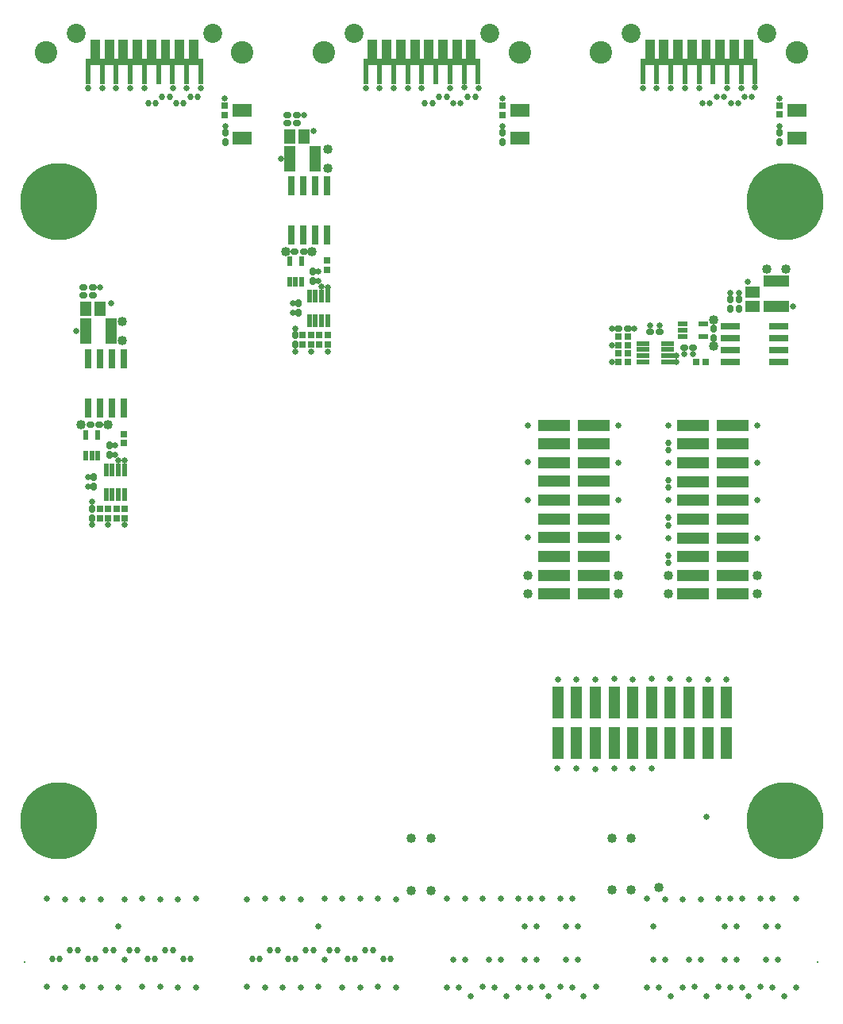
<source format=gts>
%FSLAX44Y44*%
%MOMM*%
G71*
G01*
G75*
G04 Layer_Color=8388736*
G04:AMPARAMS|DCode=10|XSize=0.5mm|YSize=0.6mm|CornerRadius=0.125mm|HoleSize=0mm|Usage=FLASHONLY|Rotation=0.000|XOffset=0mm|YOffset=0mm|HoleType=Round|Shape=RoundedRectangle|*
%AMROUNDEDRECTD10*
21,1,0.5000,0.3500,0,0,0.0*
21,1,0.2500,0.6000,0,0,0.0*
1,1,0.2500,0.1250,-0.1750*
1,1,0.2500,-0.1250,-0.1750*
1,1,0.2500,-0.1250,0.1750*
1,1,0.2500,0.1250,0.1750*
%
%ADD10ROUNDEDRECTD10*%
%ADD11R,0.6000X0.6000*%
%ADD12R,0.6000X0.6000*%
G04:AMPARAMS|DCode=13|XSize=0.5mm|YSize=0.6mm|CornerRadius=0.125mm|HoleSize=0mm|Usage=FLASHONLY|Rotation=270.000|XOffset=0mm|YOffset=0mm|HoleType=Round|Shape=RoundedRectangle|*
%AMROUNDEDRECTD13*
21,1,0.5000,0.3500,0,0,270.0*
21,1,0.2500,0.6000,0,0,270.0*
1,1,0.2500,-0.1750,-0.1250*
1,1,0.2500,-0.1750,0.1250*
1,1,0.2500,0.1750,0.1250*
1,1,0.2500,0.1750,-0.1250*
%
%ADD13ROUNDEDRECTD13*%
%ADD14R,1.0200X3.3000*%
%ADD15R,1.1000X2.6000*%
%ADD16R,2.6000X1.1000*%
%ADD17R,0.3050X2.6000*%
%ADD18R,3.3000X1.0200*%
%ADD19R,0.3500X0.8500*%
%ADD20R,0.8500X0.3500*%
%ADD21R,1.1000X1.4000*%
%ADD22R,1.4000X1.1000*%
%ADD23R,1.8000X1.1500*%
%ADD24R,0.4200X1.2200*%
%ADD25R,0.6000X1.8000*%
%ADD26R,1.2200X0.4200*%
%ADD27R,1.8000X0.6000*%
%ADD28C,0.3048*%
%ADD29C,0.5080*%
%ADD30C,0.2083*%
%ADD31C,0.1524*%
%ADD32C,0.1778*%
%ADD33C,0.2540*%
%ADD34C,0.2032*%
%ADD35C,8.0000*%
%ADD36C,2.2000*%
%ADD37C,1.8200*%
%ADD38C,0.4572*%
%ADD39C,0.8128*%
%ADD40C,0.4928*%
%ADD41C,0.4851*%
%ADD42C,1.0160*%
%ADD43C,4.8260*%
%ADD44C,3.2160*%
%ADD45C,2.8360*%
%ADD46C,2.1844*%
%ADD47C,1.2700*%
G04:AMPARAMS|DCode=48|XSize=1.5748mm|YSize=1.5748mm|CornerRadius=0mm|HoleSize=0mm|Usage=FLASHONLY|Rotation=0.000|XOffset=0mm|YOffset=0mm|HoleType=Round|Shape=Relief|Width=0.254mm|Gap=0.1524mm|Entries=4|*
%AMTHD48*
7,0,0,1.5748,1.2700,0.2540,45*
%
%ADD48THD48*%
G04:AMPARAMS|DCode=49|XSize=1.7272mm|YSize=1.7272mm|CornerRadius=0mm|HoleSize=0mm|Usage=FLASHONLY|Rotation=0.000|XOffset=0mm|YOffset=0mm|HoleType=Round|Shape=Relief|Width=0.254mm|Gap=0.1524mm|Entries=4|*
%AMTHD49*
7,0,0,1.7272,1.4224,0.2540,45*
%
%ADD49THD49*%
%ADD50C,1.4224*%
%ADD51R,0.4064X2.1590*%
%ADD52R,18.0340X0.5080*%
%ADD53R,1.8000X1.8000*%
%ADD54C,0.2500*%
%ADD55C,0.6000*%
%ADD56C,0.2000*%
%ADD57C,0.1000*%
%ADD58C,0.1016*%
G04:AMPARAMS|DCode=59|XSize=0.7032mm|YSize=0.8032mm|CornerRadius=0.1758mm|HoleSize=0mm|Usage=FLASHONLY|Rotation=0.000|XOffset=0mm|YOffset=0mm|HoleType=Round|Shape=RoundedRectangle|*
%AMROUNDEDRECTD59*
21,1,0.7032,0.4516,0,0,0.0*
21,1,0.3516,0.8032,0,0,0.0*
1,1,0.3516,0.1758,-0.2258*
1,1,0.3516,-0.1758,-0.2258*
1,1,0.3516,-0.1758,0.2258*
1,1,0.3516,0.1758,0.2258*
%
%ADD59ROUNDEDRECTD59*%
%ADD60R,0.8032X0.8032*%
%ADD61R,0.8032X0.8032*%
G04:AMPARAMS|DCode=62|XSize=0.7032mm|YSize=0.8032mm|CornerRadius=0.1758mm|HoleSize=0mm|Usage=FLASHONLY|Rotation=270.000|XOffset=0mm|YOffset=0mm|HoleType=Round|Shape=RoundedRectangle|*
%AMROUNDEDRECTD62*
21,1,0.7032,0.4516,0,0,270.0*
21,1,0.3516,0.8032,0,0,270.0*
1,1,0.3516,-0.2258,-0.1758*
1,1,0.3516,-0.2258,0.1758*
1,1,0.3516,0.2258,0.1758*
1,1,0.3516,0.2258,-0.1758*
%
%ADD62ROUNDEDRECTD62*%
%ADD63R,1.2232X3.5032*%
%ADD64R,1.3032X2.8032*%
%ADD65R,2.8032X1.3032*%
%ADD66R,0.5082X2.8032*%
%ADD67R,3.5032X1.2232*%
%ADD68R,0.5532X1.0532*%
%ADD69R,1.0532X0.5532*%
%ADD70R,1.3032X1.6032*%
%ADD71R,1.6032X1.3032*%
%ADD72R,2.0032X1.3532*%
%ADD73R,0.6232X1.4232*%
%ADD74R,0.8032X2.0032*%
%ADD75R,1.4232X0.6232*%
%ADD76R,2.0032X0.8032*%
%ADD77C,8.2032*%
%ADD78C,2.4032*%
%ADD79C,2.0232*%
%ADD80C,0.2032*%
%ADD81C,0.6604*%
%ADD82C,1.0160*%
%ADD83C,0.6960*%
%ADD84C,0.6883*%
D59*
X832122Y955672D02*
D03*
Y945672D02*
D03*
X779526Y777668D02*
D03*
Y767668D02*
D03*
X536626Y955358D02*
D03*
Y945358D02*
D03*
X315214Y729648D02*
D03*
Y739648D02*
D03*
X241300Y955722D02*
D03*
Y945722D02*
D03*
X98552Y544656D02*
D03*
Y554656D02*
D03*
X100838Y587930D02*
D03*
Y577930D02*
D03*
X117094Y622220D02*
D03*
Y612220D02*
D03*
X319278Y773604D02*
D03*
Y763604D02*
D03*
X334010Y807386D02*
D03*
Y797386D02*
D03*
X788924Y767668D02*
D03*
Y777668D02*
D03*
X762000Y736426D02*
D03*
Y746426D02*
D03*
D60*
X670560Y711454D02*
D03*
X660560D02*
D03*
X670560Y720344D02*
D03*
X660560D02*
D03*
X660560Y738124D02*
D03*
X670560D02*
D03*
X670560Y729234D02*
D03*
X660560D02*
D03*
X743030Y711200D02*
D03*
X753030D02*
D03*
D61*
X350266Y739568D02*
D03*
Y729568D02*
D03*
X349758Y809578D02*
D03*
Y819578D02*
D03*
X831868Y974882D02*
D03*
Y984882D02*
D03*
X341376Y739648D02*
D03*
Y729648D02*
D03*
X323596Y729648D02*
D03*
Y739648D02*
D03*
X332486Y739648D02*
D03*
Y729648D02*
D03*
X133604Y554656D02*
D03*
Y544656D02*
D03*
X132588Y624412D02*
D03*
Y634412D02*
D03*
X536194Y974678D02*
D03*
Y984678D02*
D03*
X124714Y554656D02*
D03*
Y544656D02*
D03*
X106934Y544656D02*
D03*
Y554656D02*
D03*
X115824Y554656D02*
D03*
Y544656D02*
D03*
X240538Y974678D02*
D03*
Y984678D02*
D03*
D62*
X99742Y790956D02*
D03*
X89742D02*
D03*
X317276Y974776D02*
D03*
X307276D02*
D03*
X660480Y746506D02*
D03*
X670480D02*
D03*
X89742Y781812D02*
D03*
X99742D02*
D03*
X106854Y644144D02*
D03*
X96854D02*
D03*
X307276Y965632D02*
D03*
X317276D02*
D03*
X324532Y829056D02*
D03*
X314532D02*
D03*
X704262Y742950D02*
D03*
X694262D02*
D03*
X740076Y726440D02*
D03*
X730076D02*
D03*
D63*
X655546Y305040D02*
D03*
Y347740D02*
D03*
X635546D02*
D03*
Y305040D02*
D03*
X595546D02*
D03*
Y347740D02*
D03*
X615546D02*
D03*
Y305040D02*
D03*
X735546D02*
D03*
Y347740D02*
D03*
X715546D02*
D03*
Y305040D02*
D03*
X675546D02*
D03*
Y347740D02*
D03*
X695546D02*
D03*
Y305040D02*
D03*
X775546D02*
D03*
Y347740D02*
D03*
X755546D02*
D03*
Y305040D02*
D03*
D64*
X119418Y743712D02*
D03*
X92418D02*
D03*
X336952Y927786D02*
D03*
X309952D02*
D03*
D65*
X828327Y797177D02*
D03*
Y770177D02*
D03*
D66*
X505553Y1041547D02*
D03*
X500553Y1041547D02*
D03*
X395553D02*
D03*
X510553Y1020547D02*
D03*
X495553D02*
D03*
X480553D02*
D03*
X465553D02*
D03*
X450552D02*
D03*
X435553D02*
D03*
X420553D02*
D03*
X405553Y1020548D02*
D03*
X390553Y1020547D02*
D03*
X400553Y1041547D02*
D03*
X410553D02*
D03*
X415553D02*
D03*
X425553D02*
D03*
X430553D02*
D03*
X440553D02*
D03*
X445553D02*
D03*
X455553D02*
D03*
X460553D02*
D03*
X470553D02*
D03*
X475553D02*
D03*
X485553D02*
D03*
X490553D02*
D03*
X801209Y1041547D02*
D03*
X796209Y1041547D02*
D03*
X691209D02*
D03*
X806209Y1020547D02*
D03*
X791209D02*
D03*
X776209D02*
D03*
X761209D02*
D03*
X746208D02*
D03*
X731209D02*
D03*
X716209D02*
D03*
X701209Y1020548D02*
D03*
X686209Y1020547D02*
D03*
X696209Y1041547D02*
D03*
X706209D02*
D03*
X711209D02*
D03*
X721209D02*
D03*
X726209D02*
D03*
X736209D02*
D03*
X741209D02*
D03*
X751209D02*
D03*
X756209D02*
D03*
X766209D02*
D03*
X771209D02*
D03*
X781209D02*
D03*
X786209D02*
D03*
X209643Y1041547D02*
D03*
X204643Y1041547D02*
D03*
X99643D02*
D03*
X214643Y1020547D02*
D03*
X199643D02*
D03*
X184643D02*
D03*
X169643D02*
D03*
X154642D02*
D03*
X139643D02*
D03*
X124643D02*
D03*
X109643Y1020548D02*
D03*
X94643Y1020547D02*
D03*
X104643Y1041547D02*
D03*
X114643D02*
D03*
X119643D02*
D03*
X129643D02*
D03*
X134643D02*
D03*
X144643D02*
D03*
X149643D02*
D03*
X159643D02*
D03*
X164643D02*
D03*
X174643D02*
D03*
X179643D02*
D03*
X189643D02*
D03*
X194643D02*
D03*
D67*
X782080Y523466D02*
D03*
X739380D02*
D03*
Y503466D02*
D03*
X782080D02*
D03*
Y463466D02*
D03*
X739380D02*
D03*
Y483466D02*
D03*
X782080D02*
D03*
Y603466D02*
D03*
X739380D02*
D03*
Y583466D02*
D03*
X782080D02*
D03*
Y543466D02*
D03*
X739380D02*
D03*
Y563466D02*
D03*
X782080D02*
D03*
Y643466D02*
D03*
X739380D02*
D03*
Y623466D02*
D03*
X782080D02*
D03*
X633998Y523720D02*
D03*
X591298D02*
D03*
Y503720D02*
D03*
X633998D02*
D03*
Y463720D02*
D03*
X591298D02*
D03*
Y483720D02*
D03*
X633998D02*
D03*
Y603720D02*
D03*
X591298D02*
D03*
Y583720D02*
D03*
X633998D02*
D03*
Y543720D02*
D03*
X591298D02*
D03*
Y563720D02*
D03*
X633998D02*
D03*
Y643720D02*
D03*
X591298D02*
D03*
Y623720D02*
D03*
X633998D02*
D03*
D68*
X92052Y611300D02*
D03*
X98552D02*
D03*
X105052D02*
D03*
Y633300D02*
D03*
X92052D02*
D03*
X309476Y796466D02*
D03*
X315976D02*
D03*
X322476D02*
D03*
Y818466D02*
D03*
X309476D02*
D03*
D69*
X728902Y751482D02*
D03*
Y744982D02*
D03*
Y738482D02*
D03*
X750902D02*
D03*
Y751482D02*
D03*
D70*
X107322Y768096D02*
D03*
X92322D02*
D03*
X324856Y951916D02*
D03*
X309856D02*
D03*
D71*
X803148Y785248D02*
D03*
Y770248D02*
D03*
D72*
X259080Y949692D02*
D03*
Y979692D02*
D03*
X554914Y949582D02*
D03*
Y979582D02*
D03*
X850697Y949729D02*
D03*
Y979729D02*
D03*
D73*
X133194Y596030D02*
D03*
X126694D02*
D03*
X120194D02*
D03*
X113694D02*
D03*
X133194Y569830D02*
D03*
X126694D02*
D03*
X120194D02*
D03*
X113694D02*
D03*
X350110Y781450D02*
D03*
X343610D02*
D03*
X337110D02*
D03*
X330610D02*
D03*
X350110Y755250D02*
D03*
X343610D02*
D03*
X337110D02*
D03*
X330610D02*
D03*
D74*
X94488Y662340D02*
D03*
X107188D02*
D03*
X119888D02*
D03*
X132588D02*
D03*
X94488Y714340D02*
D03*
X107188D02*
D03*
X119888D02*
D03*
X132588D02*
D03*
X311768Y846668D02*
D03*
X324468D02*
D03*
X337168D02*
D03*
X349868D02*
D03*
X311768Y898668D02*
D03*
X324468D02*
D03*
X337168D02*
D03*
X349868D02*
D03*
D75*
X712362Y711356D02*
D03*
Y717856D02*
D03*
Y724356D02*
D03*
Y730856D02*
D03*
X686162Y711356D02*
D03*
Y717856D02*
D03*
Y724356D02*
D03*
Y730856D02*
D03*
D76*
X779180Y749300D02*
D03*
Y736600D02*
D03*
Y723900D02*
D03*
Y711200D02*
D03*
X831180Y749300D02*
D03*
Y736600D02*
D03*
Y723900D02*
D03*
Y711200D02*
D03*
D77*
X63573Y881761D02*
D03*
X837765D02*
D03*
X63065Y222123D02*
D03*
X837765D02*
D03*
D78*
X346053Y1041548D02*
D03*
X555053D02*
D03*
X641709D02*
D03*
X850709D02*
D03*
X50143D02*
D03*
X259143D02*
D03*
D79*
X378053Y1061548D02*
D03*
X523053Y1061547D02*
D03*
X673709Y1061548D02*
D03*
X818709Y1061547D02*
D03*
X82143Y1061548D02*
D03*
X227143Y1061547D02*
D03*
D80*
X872744Y70866D02*
D03*
X26924D02*
D03*
D81*
X686209Y1003399D02*
D03*
X701209Y1003469D02*
D03*
X716209Y1003371D02*
D03*
X731342Y1003357D02*
D03*
X836749Y34363D02*
D03*
X798649D02*
D03*
X754126Y34290D02*
D03*
X716099Y34363D02*
D03*
X623062Y34290D02*
D03*
X585470D02*
D03*
X540839Y34471D02*
D03*
X502920Y34290D02*
D03*
X106934Y790956D02*
D03*
X82042Y743712D02*
D03*
X754126Y225806D02*
D03*
X595546Y372788D02*
D03*
X615546Y372768D02*
D03*
X635546Y372834D02*
D03*
X655546Y372844D02*
D03*
X675546Y372778D02*
D03*
X695452Y372872D02*
D03*
X715546Y372844D02*
D03*
X735546Y372834D02*
D03*
X755546Y372722D02*
D03*
X775546Y372788D02*
D03*
X713260Y523466D02*
D03*
X808200D02*
D03*
X808068Y563466D02*
D03*
X713326D02*
D03*
X808190Y603466D02*
D03*
X808228Y643382D02*
D03*
X713270Y603466D02*
D03*
X713402Y643466D02*
D03*
X660372Y523720D02*
D03*
X660240Y563720D02*
D03*
X660362Y603720D02*
D03*
X660230Y643720D02*
D03*
X563908Y523720D02*
D03*
X563974Y563720D02*
D03*
X564050Y643720D02*
D03*
X302079Y138357D02*
D03*
X50619Y44377D02*
D03*
X69669Y44269D02*
D03*
X88719Y44523D02*
D03*
X107769Y44269D02*
D03*
X126819D02*
D03*
X152219Y44377D02*
D03*
X171269D02*
D03*
X190319Y44269D02*
D03*
X209369D02*
D03*
Y138357D02*
D03*
X107769Y138249D02*
D03*
X88719D02*
D03*
X69669D02*
D03*
X50546Y138430D02*
D03*
X806209Y1003795D02*
D03*
X495553Y1003809D02*
D03*
X480553Y1003315D02*
D03*
X139643Y1003357D02*
D03*
X511048Y1003554D02*
D03*
X435635Y1003357D02*
D03*
X450552Y1003344D02*
D03*
X420553Y1003483D02*
D03*
X405553Y1003385D02*
D03*
X390553Y1003455D02*
D03*
X109643Y1003385D02*
D03*
X124638Y1003275D02*
D03*
X154711Y1003300D02*
D03*
X184912D02*
D03*
X263979Y138249D02*
D03*
X283029Y138357D02*
D03*
X321129Y138249D02*
D03*
X346529Y138357D02*
D03*
X365579D02*
D03*
X403679D02*
D03*
X422729Y138249D02*
D03*
X263979Y44377D02*
D03*
X283029Y44269D02*
D03*
X302079D02*
D03*
X321129D02*
D03*
X340179Y44377D02*
D03*
X365579Y44269D02*
D03*
X384629D02*
D03*
X403679Y44377D02*
D03*
X422729Y44269D02*
D03*
X477339Y138357D02*
D03*
X496389D02*
D03*
X515439D02*
D03*
X534489D02*
D03*
X553539D02*
D03*
X578939D02*
D03*
X597989D02*
D03*
X477339Y44269D02*
D03*
X515439Y44377D02*
D03*
X553539Y44269D02*
D03*
X572589Y109039D02*
D03*
X604339D02*
D03*
X483689Y73479D02*
D03*
X521789D02*
D03*
X346529D02*
D03*
X340179Y109293D02*
D03*
X559889Y109039D02*
D03*
X566239Y138357D02*
D03*
X610689D02*
D03*
X617039Y109039D02*
D03*
X133169Y73587D02*
D03*
X126819Y108966D02*
D03*
X490039Y44269D02*
D03*
X496389Y73333D02*
D03*
X528139Y44269D02*
D03*
X534489Y73333D02*
D03*
X559889Y73225D02*
D03*
X566239Y44269D02*
D03*
X572589Y73333D02*
D03*
X578939Y44631D02*
D03*
X597989Y44377D02*
D03*
X604339Y73333D02*
D03*
X610689Y44269D02*
D03*
X617039Y73225D02*
D03*
X636089Y44377D02*
D03*
X690699Y138357D02*
D03*
X697049Y109039D02*
D03*
X709749Y138249D02*
D03*
X728799D02*
D03*
X747849D02*
D03*
X766899Y138357D02*
D03*
X773249Y109039D02*
D03*
X779599Y138357D02*
D03*
X785949Y109039D02*
D03*
X792299Y138357D02*
D03*
X811349D02*
D03*
X817699Y109039D02*
D03*
X824049Y138357D02*
D03*
X830399Y109039D02*
D03*
X849449Y138357D02*
D03*
X690699Y44269D02*
D03*
X697049Y73333D02*
D03*
X703399Y44269D02*
D03*
X709749Y73333D02*
D03*
X728799Y44269D02*
D03*
X735149Y73333D02*
D03*
X741499Y44523D02*
D03*
X747849Y73333D02*
D03*
X766899Y44377D02*
D03*
X773249Y73333D02*
D03*
X779599Y44269D02*
D03*
X785949Y73333D02*
D03*
X792299Y44269D02*
D03*
X811349Y44377D02*
D03*
X817699Y73333D02*
D03*
X824049Y44269D02*
D03*
X830399Y73333D02*
D03*
X849449Y44269D02*
D03*
X595376Y277368D02*
D03*
X615546Y277218D02*
D03*
X635546Y277152D02*
D03*
X655546Y277340D02*
D03*
X675546Y277528D02*
D03*
X695546Y277462D02*
D03*
X123364Y622220D02*
D03*
X123364Y612220D02*
D03*
X94568Y587930D02*
D03*
X94568Y577930D02*
D03*
X115824Y537464D02*
D03*
X98552Y537464D02*
D03*
X133604Y537464D02*
D03*
X126746Y605790D02*
D03*
X98552Y561848D02*
D03*
X133350Y605790D02*
D03*
X315214Y722122D02*
D03*
X332486Y722122D02*
D03*
X312754Y773604D02*
D03*
X312754Y763604D02*
D03*
X340534Y797386D02*
D03*
X340534Y807386D02*
D03*
X335280Y957326D02*
D03*
X119380Y773430D02*
D03*
X325044Y974776D02*
D03*
X350266Y722122D02*
D03*
X343662Y791210D02*
D03*
X350520Y790956D02*
D03*
X315214Y746760D02*
D03*
X797814Y796290D02*
D03*
X779526Y784352D02*
D03*
X788924Y784352D02*
D03*
X730076Y719916D02*
D03*
X740156Y719836D02*
D03*
X653034Y746506D02*
D03*
X704262Y749888D02*
D03*
X694262Y749888D02*
D03*
X653034Y711454D02*
D03*
X721920Y717856D02*
D03*
X721966Y711356D02*
D03*
X677418Y746506D02*
D03*
X240538Y991870D02*
D03*
X241300Y962914D02*
D03*
X536194Y991870D02*
D03*
X536626Y962584D02*
D03*
X831868Y992074D02*
D03*
X832122Y962864D02*
D03*
X846533Y770177D02*
D03*
X299974Y927862D02*
D03*
X776209Y1003569D02*
D03*
X563626Y604266D02*
D03*
X384629Y138357D02*
D03*
X791286Y1003555D02*
D03*
X746208Y1003344D02*
D03*
X802665Y993902D02*
D03*
X795045D02*
D03*
X787679Y987044D02*
D03*
X780059D02*
D03*
X772439Y993902D02*
D03*
X764819D02*
D03*
X749833Y987044D02*
D03*
X757453D02*
D03*
X483946D02*
D03*
X491566D02*
D03*
X190319Y138249D02*
D03*
X171269D02*
D03*
X152219Y138357D02*
D03*
X133169Y138103D02*
D03*
X199898Y1003224D02*
D03*
X214884Y1003300D02*
D03*
X653034Y729234D02*
D03*
D82*
X653288Y147828D02*
D03*
X674116D02*
D03*
Y203200D02*
D03*
X653288D02*
D03*
X459994Y147574D02*
D03*
X439166D02*
D03*
X459994Y203200D02*
D03*
X439166D02*
D03*
X703326Y150622D02*
D03*
X563964Y463720D02*
D03*
X564030Y483720D02*
D03*
X808312Y463466D02*
D03*
X808332Y483466D02*
D03*
X713232Y463550D02*
D03*
X660400Y464058D02*
D03*
X660250Y483720D02*
D03*
X713336Y483466D02*
D03*
X115824Y644144D02*
D03*
X87376D02*
D03*
X130810Y754126D02*
D03*
Y733552D02*
D03*
X333756Y829056D02*
D03*
X305054D02*
D03*
X350520Y938022D02*
D03*
Y917448D02*
D03*
X838454Y809752D02*
D03*
X818134D02*
D03*
X762000Y727964D02*
D03*
Y756158D02*
D03*
D83*
X713232Y624990D02*
D03*
X507492Y993902D02*
D03*
X499364D02*
D03*
X94488Y1003300D02*
D03*
X64132Y74422D02*
D03*
X56156D02*
D03*
X75206Y83820D02*
D03*
X102232Y74422D02*
D03*
X94256D02*
D03*
X203832D02*
D03*
X195856D02*
D03*
X184782Y83820D02*
D03*
X176806D02*
D03*
X165732Y74422D02*
D03*
X157756D02*
D03*
X146682Y84074D02*
D03*
X138706D02*
D03*
X269516Y74422D02*
D03*
X277492D02*
D03*
X288566Y83820D02*
D03*
X296542D02*
D03*
X307616Y74422D02*
D03*
X315592D02*
D03*
X326666Y83820D02*
D03*
X334642D02*
D03*
X83182D02*
D03*
X113306Y84074D02*
D03*
X121282D02*
D03*
X409216Y74168D02*
D03*
X417192D02*
D03*
X352066Y83566D02*
D03*
X360042D02*
D03*
X371116Y74168D02*
D03*
X379092D02*
D03*
X390166Y83820D02*
D03*
X398142D02*
D03*
X713232Y616854D02*
D03*
X468884Y993902D02*
D03*
X477012D02*
D03*
X462026Y987044D02*
D03*
X453955Y987000D02*
D03*
X188447D02*
D03*
X196422D02*
D03*
X181422Y994000D02*
D03*
X173447D02*
D03*
X158578Y987000D02*
D03*
X166553D02*
D03*
X211582Y993902D02*
D03*
X203447Y994000D02*
D03*
D84*
X713232Y544850D02*
D03*
Y536951D02*
D03*
Y504850D02*
D03*
Y496951D02*
D03*
Y584850D02*
D03*
Y576951D02*
D03*
M02*

</source>
